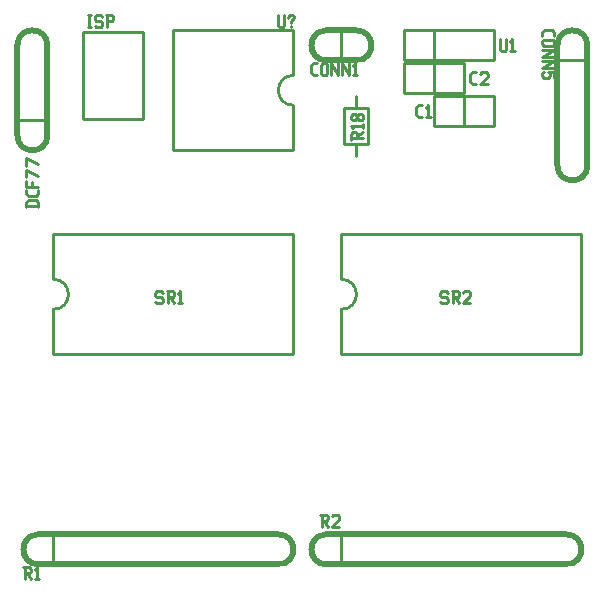
<source format=gto>
G04 start of page 8 for group -4079 idx -4079 *
G04 Title: binwatch-mini, topsilk *
G04 Creator: pcb 4.0.0 *
G04 CreationDate: Mon Apr 24 05:10:58 2017 UTC *
G04 For: max *
G04 Format: Gerber/RS-274X *
G04 PCB-Dimensions (mm): 50.00 50.00 *
G04 PCB-Coordinate-Origin: lower left *
%MOMM*%
%FSLAX43Y43*%
%LNGTO*%
%ADD52C,0.254*%
%ADD51C,0.508*%
G54D51*X46482Y46190D02*Y36030D01*
X49022Y46190D02*Y36030D01*
G54D52*X46482Y44920D02*X49022D01*
G54D51*Y46190D02*G75*G03X46482Y46190I-1270J0D01*G01*
Y36030D02*G75*G03X49022Y36030I1270J0D01*G01*
X26924Y44920D02*X29464D01*
X26924Y47460D02*X29464D01*
G54D52*X28194D02*Y44920D01*
G54D51*X26924Y47460D02*G75*G03X26924Y44920I0J-1270D01*G01*
X29464D02*G75*G03X29464Y47460I0J1270D01*G01*
G54D52*Y37808D02*Y36792D01*
X28448Y37808D02*X30480D01*
X28448Y40856D02*Y37808D01*
Y40856D02*X30480D01*
Y37808D01*
X29464Y41872D02*Y40856D01*
X33528Y44666D02*X38608D01*
X33528D02*Y42126D01*
X38608D01*
Y44666D02*Y42126D01*
X36068Y44666D02*Y42126D01*
X38608D01*
X36068Y39332D02*X41148D01*
Y41872D02*Y39332D01*
X36068Y41872D02*X41148D01*
X36068D02*Y39332D01*
X38608Y41872D02*Y39332D01*
X36068Y41872D02*X38608D01*
X33528Y44920D02*X41148D01*
Y47460D02*Y44920D01*
X33528Y47460D02*X41148D01*
X33528D02*Y44920D01*
X36068Y47460D02*Y44920D01*
X33528Y47460D02*X36068D01*
G54D51*X26924Y2248D02*X47244D01*
X26924Y4788D02*X47244D01*
G54D52*X28194D02*Y2248D01*
G54D51*X26924Y4788D02*G75*G03X26924Y2248I0J-1270D01*G01*
X47244D02*G75*G03X47244Y4788I0J1270D01*G01*
G54D52*X28194Y20028D02*X48514D01*
Y30188D02*Y20028D01*
X28194Y30188D02*X48514D01*
X28194Y23838D02*Y20028D01*
Y30188D02*Y26378D01*
Y23838D02*G75*G03X28194Y26378I0J1270D01*G01*
G54D51*X3302Y46190D02*Y38570D01*
X762Y46190D02*Y38570D01*
G54D52*Y39840D02*X3302D01*
G54D51*X762Y38570D02*G75*G03X3302Y38570I1270J0D01*G01*
Y46190D02*G75*G03X762Y46190I-1270J0D01*G01*
G54D52*X3810Y20028D02*X24130D01*
Y30188D02*Y20028D01*
X3810Y30188D02*X24130D01*
X3810Y23838D02*Y20028D01*
Y30188D02*Y26378D01*
Y23838D02*G75*G03X3810Y26378I0J1270D01*G01*
G54D51*X2540Y2248D02*X22860D01*
X2540Y4788D02*X22860D01*
G54D52*X3810D02*Y2248D01*
G54D51*X2540Y4788D02*G75*G03X2540Y2248I0J-1270D01*G01*
X22860D02*G75*G03X22860Y4788I0J1270D01*G01*
G54D52*X13970Y47460D02*X24130D01*
X13970D02*Y37300D01*
X24130D01*
Y47460D02*Y43650D01*
Y41110D02*Y37300D01*
Y43650D02*G75*G03X24130Y41110I0J-1270D01*G01*
X6350Y39967D02*X11430D01*
X6350Y47333D02*Y39967D01*
Y47333D02*X11430D01*
Y39967D01*
X45212Y47282D02*Y46952D01*
X45390Y47460D02*X45212Y47282D01*
X45390Y47460D02*X46050D01*
X46228Y47282D01*
Y46952D01*
X45339Y46647D02*X46101D01*
X46228Y46520D01*
Y46266D01*
X46101Y46139D01*
X45339D02*X46101D01*
X45212Y46266D02*X45339Y46139D01*
X45212Y46520D02*Y46266D01*
X45339Y46647D02*X45212Y46520D01*
Y45834D02*X46228D01*
X45212Y45199D01*
X46228D01*
X45212Y44895D02*X46228D01*
X45212Y44260D01*
X46228D01*
Y43955D02*Y43447D01*
X45720Y43955D02*X46228D01*
X45720D02*X45847Y43828D01*
Y43574D01*
X45720Y43447D01*
X45339D02*X45720D01*
X45212Y43574D02*X45339Y43447D01*
X45212Y43828D02*Y43574D01*
X45339Y43955D02*X45212Y43828D01*
X25832Y43650D02*X26162D01*
X25654Y43828D02*X25832Y43650D01*
X25654Y44488D02*Y43828D01*
Y44488D02*X25832Y44666D01*
X26162D01*
X26467Y44539D02*Y43777D01*
Y44539D02*X26594Y44666D01*
X26848D01*
X26975Y44539D01*
Y43777D01*
X26848Y43650D02*X26975Y43777D01*
X26594Y43650D02*X26848D01*
X26467Y43777D02*X26594Y43650D01*
X27280Y44666D02*Y43650D01*
Y44666D02*X27915Y43650D01*
Y44666D02*Y43650D01*
X28219Y44666D02*Y43650D01*
Y44666D02*X28854Y43650D01*
Y44666D02*Y43650D01*
X29159Y44463D02*X29362Y44666D01*
Y43650D01*
X29159D02*X29540D01*
X29007Y38722D02*Y38214D01*
Y38722D02*X29134Y38849D01*
X29388D01*
X29515Y38722D02*X29388Y38849D01*
X29515Y38722D02*Y38341D01*
X29007D02*X30023D01*
X29515Y38545D02*X30023Y38849D01*
X29210Y39154D02*X29007Y39357D01*
X30023D01*
Y39535D02*Y39154D01*
X29896Y39840D02*X30023Y39967D01*
X29693Y39840D02*X29896D01*
X29693D02*X29515Y40018D01*
Y40170D02*Y40018D01*
Y40170D02*X29693Y40348D01*
X29896D01*
X30023Y40221D02*X29896Y40348D01*
X30023Y40221D02*Y39967D01*
X29337Y39840D02*X29515Y40018D01*
X29134Y39840D02*X29337D01*
X29134D02*X29007Y39967D01*
Y40221D02*Y39967D01*
Y40221D02*X29134Y40348D01*
X29337D01*
X29515Y40170D02*X29337Y40348D01*
X39294Y42888D02*X39624D01*
X39116Y43066D02*X39294Y42888D01*
X39116Y43726D02*Y43066D01*
Y43726D02*X39294Y43904D01*
X39624D01*
X39929Y43777D02*X40056Y43904D01*
X40437D01*
X40564Y43777D01*
Y43523D01*
X39929Y42888D02*X40564Y43523D01*
X39929Y42888D02*X40564D01*
X34722Y40094D02*X35052D01*
X34544Y40272D02*X34722Y40094D01*
X34544Y40932D02*Y40272D01*
Y40932D02*X34722Y41110D01*
X35052D01*
X35357Y40907D02*X35560Y41110D01*
Y40094D01*
X35357D02*X35738D01*
X41656Y46698D02*Y45809D01*
X41783Y45682D01*
X42037D01*
X42164Y45809D01*
Y46698D02*Y45809D01*
X42469Y46495D02*X42672Y46698D01*
Y45682D01*
X42469D02*X42850D01*
X22860Y48730D02*Y47841D01*
X22987Y47714D01*
X23241D01*
X23368Y47841D01*
Y48730D02*Y47841D01*
X23927Y48222D02*Y48095D01*
Y47841D02*Y47714D01*
X23673Y48603D02*Y48476D01*
Y48603D02*X23800Y48730D01*
X24054D01*
X24181Y48603D01*
Y48476D01*
X23927Y48222D02*X24181Y48476D01*
X26416Y6439D02*X26924D01*
X27051Y6312D01*
Y6058D01*
X26924Y5931D02*X27051Y6058D01*
X26543Y5931D02*X26924D01*
X26543Y6439D02*Y5423D01*
X26746Y5931D02*X27051Y5423D01*
X27356Y6312D02*X27483Y6439D01*
X27864D01*
X27991Y6312D01*
Y6058D01*
X27356Y5423D02*X27991Y6058D01*
X27356Y5423D02*X27991D01*
X37084Y25362D02*X37211Y25235D01*
X36703Y25362D02*X37084D01*
X36576Y25235D02*X36703Y25362D01*
X36576Y25235D02*Y24981D01*
X36703Y24854D01*
X37084D01*
X37211Y24727D01*
Y24473D01*
X37084Y24346D02*X37211Y24473D01*
X36703Y24346D02*X37084D01*
X36576Y24473D02*X36703Y24346D01*
X37516Y25362D02*X38024D01*
X38151Y25235D01*
Y24981D01*
X38024Y24854D02*X38151Y24981D01*
X37643Y24854D02*X38024D01*
X37643Y25362D02*Y24346D01*
X37846Y24854D02*X38151Y24346D01*
X38456Y25235D02*X38583Y25362D01*
X38964D01*
X39091Y25235D01*
Y24981D01*
X38456Y24346D02*X39091Y24981D01*
X38456Y24346D02*X39091D01*
X1524Y32601D02*X2540D01*
X1524Y32931D02*X1702Y33109D01*
X2362D01*
X2540Y32931D02*X2362Y33109D01*
X2540Y32931D02*Y32474D01*
X1524Y32931D02*Y32474D01*
X2540Y33922D02*Y33592D01*
X2362Y33414D02*X2540Y33592D01*
X1702Y33414D02*X2362D01*
X1702D02*X1524Y33592D01*
Y33922D02*Y33592D01*
Y34227D02*X2540D01*
X1524Y34735D02*Y34227D01*
X1981Y34608D02*Y34227D01*
X2540Y35166D02*X1524Y35674D01*
Y35039D01*
X2540Y36106D02*X1524Y36614D01*
Y35979D01*
X12954Y25362D02*X13081Y25235D01*
X12573Y25362D02*X12954D01*
X12446Y25235D02*X12573Y25362D01*
X12446Y25235D02*Y24981D01*
X12573Y24854D01*
X12954D01*
X13081Y24727D01*
Y24473D01*
X12954Y24346D02*X13081Y24473D01*
X12573Y24346D02*X12954D01*
X12446Y24473D02*X12573Y24346D01*
X13386Y25362D02*X13894D01*
X14021Y25235D01*
Y24981D01*
X13894Y24854D02*X14021Y24981D01*
X13513Y24854D02*X13894D01*
X13513Y25362D02*Y24346D01*
X13716Y24854D02*X14021Y24346D01*
X14326Y25159D02*X14529Y25362D01*
Y24346D01*
X14326D02*X14707D01*
X1270Y1994D02*X1778D01*
X1905Y1867D01*
Y1613D01*
X1778Y1486D02*X1905Y1613D01*
X1397Y1486D02*X1778D01*
X1397Y1994D02*Y978D01*
X1600Y1486D02*X1905Y978D01*
X2210Y1791D02*X2413Y1994D01*
Y978D01*
X2210D02*X2591D01*
X6731Y48730D02*X6985D01*
X6858D02*Y47714D01*
X6731D02*X6985D01*
X7798Y48730D02*X7925Y48603D01*
X7417Y48730D02*X7798D01*
X7290Y48603D02*X7417Y48730D01*
X7290Y48603D02*Y48349D01*
X7417Y48222D01*
X7798D01*
X7925Y48095D01*
Y47841D01*
X7798Y47714D02*X7925Y47841D01*
X7417Y47714D02*X7798D01*
X7290Y47841D02*X7417Y47714D01*
X8357Y48730D02*Y47714D01*
X8230Y48730D02*X8738D01*
X8865Y48603D01*
Y48349D01*
X8738Y48222D02*X8865Y48349D01*
X8357Y48222D02*X8738D01*
M02*

</source>
